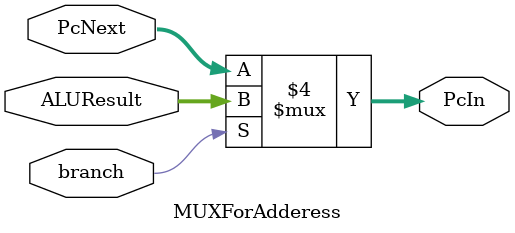
<source format=v>
module MUXForAdderess (PcNext, ALUResult, branch, PcIn);
      
      initial PcIn = 0;
      input branch;	
	input [31:0] PcNext, ALUResult;
	
	output reg [31:0] PcIn;

	always @(*) 
      begin
		if(branch) 
            begin PcIn = ALUResult; end 
		else 
            begin  PcIn = PcNext ; end
	end

endmodule
</source>
